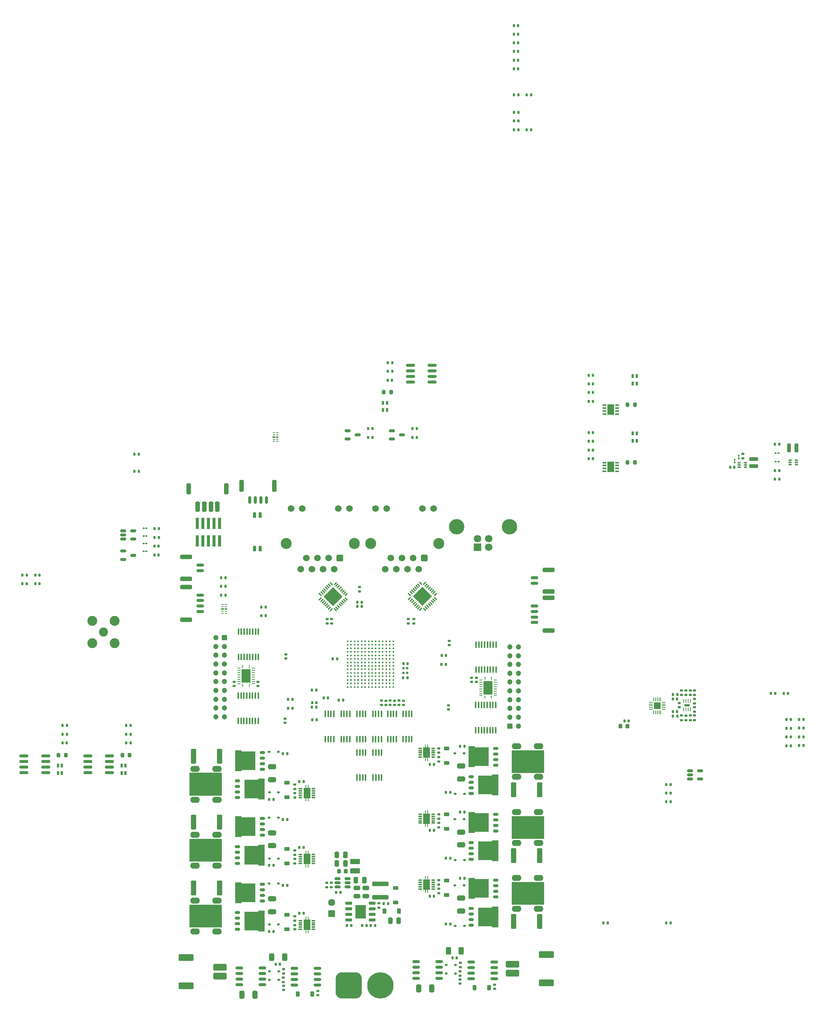
<source format=gbr>
%TF.GenerationSoftware,KiCad,Pcbnew,9.0.2-9-g92f6307ebb*%
%TF.CreationDate,2025-06-20T01:42:08+08:00*%
%TF.ProjectId,HPM5E31_ECatDualFOC,48504d35-4533-4315-9f45-436174447561,rev?*%
%TF.SameCoordinates,Original*%
%TF.FileFunction,Soldermask,Top*%
%TF.FilePolarity,Negative*%
%FSLAX46Y46*%
G04 Gerber Fmt 4.6, Leading zero omitted, Abs format (unit mm)*
G04 Created by KiCad (PCBNEW 9.0.2-9-g92f6307ebb) date 2025-06-20 01:42:08*
%MOMM*%
%LPD*%
G01*
G04 APERTURE LIST*
G04 Aperture macros list*
%AMRoundRect*
0 Rectangle with rounded corners*
0 $1 Rounding radius*
0 $2 $3 $4 $5 $6 $7 $8 $9 X,Y pos of 4 corners*
0 Add a 4 corners polygon primitive as box body*
4,1,4,$2,$3,$4,$5,$6,$7,$8,$9,$2,$3,0*
0 Add four circle primitives for the rounded corners*
1,1,$1+$1,$2,$3*
1,1,$1+$1,$4,$5*
1,1,$1+$1,$6,$7*
1,1,$1+$1,$8,$9*
0 Add four rect primitives between the rounded corners*
20,1,$1+$1,$2,$3,$4,$5,0*
20,1,$1+$1,$4,$5,$6,$7,0*
20,1,$1+$1,$6,$7,$8,$9,0*
20,1,$1+$1,$8,$9,$2,$3,0*%
%AMRotRect*
0 Rectangle, with rotation*
0 The origin of the aperture is its center*
0 $1 length*
0 $2 width*
0 $3 Rotation angle, in degrees counterclockwise*
0 Add horizontal line*
21,1,$1,$2,0,0,$3*%
%AMFreePoly0*
4,1,9,2.100000,-2.000000,2.350000,-2.000000,2.350000,-3.500000,-2.350000,-3.500000,-2.350000,-2.000000,-2.100000,-2.000000,-2.100000,1.100000,2.100000,1.100000,2.100000,-2.000000,2.100000,-2.000000,$1*%
G04 Aperture macros list end*
%ADD10C,0.150000*%
%ADD11RoundRect,0.135000X0.185000X-0.135000X0.185000X0.135000X-0.185000X0.135000X-0.185000X-0.135000X0*%
%ADD12RoundRect,0.100000X0.100000X-0.637500X0.100000X0.637500X-0.100000X0.637500X-0.100000X-0.637500X0*%
%ADD13RoundRect,0.112500X0.187500X0.112500X-0.187500X0.112500X-0.187500X-0.112500X0.187500X-0.112500X0*%
%ADD14RoundRect,0.140000X-0.140000X-0.170000X0.140000X-0.170000X0.140000X0.170000X-0.140000X0.170000X0*%
%ADD15RoundRect,0.150000X-0.512500X-0.150000X0.512500X-0.150000X0.512500X0.150000X-0.512500X0.150000X0*%
%ADD16RoundRect,0.250500X0.499500X0.499500X-0.499500X0.499500X-0.499500X-0.499500X0.499500X-0.499500X0*%
%ADD17C,1.500000*%
%ADD18C,2.500000*%
%ADD19RoundRect,0.070000X-0.355000X-0.070000X0.355000X-0.070000X0.355000X0.070000X-0.355000X0.070000X0*%
%ADD20R,0.280000X0.700000*%
%ADD21R,1.650000X2.400000*%
%ADD22R,1.200000X1.200000*%
%ADD23C,1.200000*%
%ADD24RoundRect,0.140000X0.170000X-0.140000X0.170000X0.140000X-0.170000X0.140000X-0.170000X-0.140000X0*%
%ADD25RoundRect,0.250000X0.650000X-0.325000X0.650000X0.325000X-0.650000X0.325000X-0.650000X-0.325000X0*%
%ADD26RoundRect,0.135000X-0.185000X0.135000X-0.185000X-0.135000X0.185000X-0.135000X0.185000X0.135000X0*%
%ADD27RoundRect,0.225000X1.275000X-0.525000X1.275000X0.525000X-1.275000X0.525000X-1.275000X-0.525000X0*%
%ADD28RoundRect,0.225000X1.475000X-0.525000X1.475000X0.525000X-1.475000X0.525000X-1.475000X-0.525000X0*%
%ADD29RoundRect,0.135000X-0.135000X-0.185000X0.135000X-0.185000X0.135000X0.185000X-0.135000X0.185000X0*%
%ADD30RoundRect,0.250000X0.250000X0.475000X-0.250000X0.475000X-0.250000X-0.475000X0.250000X-0.475000X0*%
%ADD31RoundRect,0.140000X0.140000X0.170000X-0.140000X0.170000X-0.140000X-0.170000X0.140000X-0.170000X0*%
%ADD32RoundRect,0.250000X-0.475000X0.250000X-0.475000X-0.250000X0.475000X-0.250000X0.475000X0.250000X0*%
%ADD33RoundRect,0.135000X0.135000X0.185000X-0.135000X0.185000X-0.135000X-0.185000X0.135000X-0.185000X0*%
%ADD34RoundRect,0.250000X0.250000X0.900000X-0.250000X0.900000X-0.250000X-0.900000X0.250000X-0.900000X0*%
%ADD35RoundRect,0.250000X0.250000X1.000000X-0.250000X1.000000X-0.250000X-1.000000X0.250000X-1.000000X0*%
%ADD36RoundRect,0.185000X-0.185000X1.115000X-0.185000X-1.115000X0.185000X-1.115000X0.185000X1.115000X0*%
%ADD37RoundRect,0.140000X-0.170000X0.140000X-0.170000X-0.140000X0.170000X-0.140000X0.170000X0.140000X0*%
%ADD38RoundRect,0.100000X-0.130000X-0.100000X0.130000X-0.100000X0.130000X0.100000X-0.130000X0.100000X0*%
%ADD39RoundRect,0.225000X0.375000X-0.225000X0.375000X0.225000X-0.375000X0.225000X-0.375000X-0.225000X0*%
%ADD40RoundRect,0.150000X-0.825000X-0.150000X0.825000X-0.150000X0.825000X0.150000X-0.825000X0.150000X0*%
%ADD41RoundRect,0.250000X0.850000X-0.375000X0.850000X0.375000X-0.850000X0.375000X-0.850000X-0.375000X0*%
%ADD42RoundRect,0.250000X-0.250000X-0.475000X0.250000X-0.475000X0.250000X0.475000X-0.250000X0.475000X0*%
%ADD43FreePoly0,90.000000*%
%ADD44RoundRect,0.175000X0.400000X-0.175000X0.400000X0.175000X-0.400000X0.175000X-0.400000X-0.175000X0*%
%ADD45RoundRect,0.250000X-0.650000X0.325000X-0.650000X-0.325000X0.650000X-0.325000X0.650000X0.325000X0*%
%ADD46R,0.625000X0.250000*%
%ADD47R,0.700000X0.450000*%
%ADD48R,0.575000X0.450000*%
%ADD49RoundRect,0.150000X0.150000X0.700000X-0.150000X0.700000X-0.150000X-0.700000X0.150000X-0.700000X0*%
%ADD50RoundRect,0.250000X0.250000X1.100000X-0.250000X1.100000X-0.250000X-1.100000X0.250000X-1.100000X0*%
%ADD51FreePoly0,270.000000*%
%ADD52RoundRect,0.175000X-0.400000X0.175000X-0.400000X-0.175000X0.400000X-0.175000X0.400000X0.175000X0*%
%ADD53RoundRect,0.225000X-1.275000X0.525000X-1.275000X-0.525000X1.275000X-0.525000X1.275000X0.525000X0*%
%ADD54RoundRect,0.225000X-1.475000X0.525000X-1.475000X-0.525000X1.475000X-0.525000X1.475000X0.525000X0*%
%ADD55RoundRect,0.070000X0.355000X0.070000X-0.355000X0.070000X-0.355000X-0.070000X0.355000X-0.070000X0*%
%ADD56R,1.700000X1.700000*%
%ADD57C,1.700000*%
%ADD58C,3.500000*%
%ADD59RoundRect,0.112500X-0.187500X-0.112500X0.187500X-0.112500X0.187500X0.112500X-0.187500X0.112500X0*%
%ADD60RoundRect,0.062500X-0.309359X0.220971X0.220971X-0.309359X0.309359X-0.220971X-0.220971X0.309359X0*%
%ADD61RoundRect,0.062500X-0.309359X-0.220971X-0.220971X-0.309359X0.309359X0.220971X0.220971X0.309359X0*%
%ADD62RotRect,3.100000X3.100000X315.000000*%
%ADD63RoundRect,0.225000X0.225000X0.250000X-0.225000X0.250000X-0.225000X-0.250000X0.225000X-0.250000X0*%
%ADD64RoundRect,0.075000X-0.362500X-0.075000X0.362500X-0.075000X0.362500X0.075000X-0.362500X0.075000X0*%
%ADD65R,1.600000X2.400000*%
%ADD66RoundRect,0.150000X0.675000X0.150000X-0.675000X0.150000X-0.675000X-0.150000X0.675000X-0.150000X0*%
%ADD67RoundRect,0.100000X-0.100000X0.130000X-0.100000X-0.130000X0.100000X-0.130000X0.100000X0.130000X0*%
%ADD68RoundRect,0.212500X0.787500X-0.212500X0.787500X0.212500X-0.787500X0.212500X-0.787500X-0.212500X0*%
%ADD69RoundRect,0.250000X0.362500X1.425000X-0.362500X1.425000X-0.362500X-1.425000X0.362500X-1.425000X0*%
%ADD70RoundRect,0.025500X-0.229500X-0.354500X0.229500X-0.354500X0.229500X0.354500X-0.229500X0.354500X0*%
%ADD71RoundRect,0.087500X-0.250000X-0.087500X0.250000X-0.087500X0.250000X0.087500X-0.250000X0.087500X0*%
%ADD72O,2.200000X1.400000*%
%ADD73RoundRect,0.200000X-0.200000X-0.275000X0.200000X-0.275000X0.200000X0.275000X-0.200000X0.275000X0*%
%ADD74RoundRect,0.225000X-0.225000X-0.375000X0.225000X-0.375000X0.225000X0.375000X-0.225000X0.375000X0*%
%ADD75C,2.050000*%
%ADD76C,2.250000*%
%ADD77RoundRect,0.225000X-0.375000X0.225000X-0.375000X-0.225000X0.375000X-0.225000X0.375000X0.225000X0*%
%ADD78RoundRect,0.212500X-0.212500X-0.787500X0.212500X-0.787500X0.212500X0.787500X-0.212500X0.787500X0*%
%ADD79RoundRect,0.100000X0.100000X-0.130000X0.100000X0.130000X-0.100000X0.130000X-0.100000X-0.130000X0*%
%ADD80RoundRect,0.050000X-0.070000X0.250000X-0.070000X-0.250000X0.070000X-0.250000X0.070000X0.250000X0*%
%ADD81RoundRect,0.050000X0.250000X0.070000X-0.250000X0.070000X-0.250000X-0.070000X0.250000X-0.070000X0*%
%ADD82RoundRect,0.050000X0.975000X1.475000X-0.975000X1.475000X-0.975000X-1.475000X0.975000X-1.475000X0*%
%ADD83RoundRect,0.100000X-0.100000X0.637500X-0.100000X-0.637500X0.100000X-0.637500X0.100000X0.637500X0*%
%ADD84RoundRect,0.250000X0.312500X0.625000X-0.312500X0.625000X-0.312500X-0.625000X0.312500X-0.625000X0*%
%ADD85RoundRect,0.050000X-0.375000X-0.050000X0.375000X-0.050000X0.375000X0.050000X-0.375000X0.050000X0*%
%ADD86RoundRect,0.050000X-0.050000X-0.375000X0.050000X-0.375000X0.050000X0.375000X-0.050000X0.375000X0*%
%ADD87R,1.650000X1.650000*%
%ADD88RoundRect,0.250000X-0.362500X-1.425000X0.362500X-1.425000X0.362500X1.425000X-0.362500X1.425000X0*%
%ADD89R,0.500000X0.600000*%
%ADD90RoundRect,0.225000X0.225000X0.375000X-0.225000X0.375000X-0.225000X-0.375000X0.225000X-0.375000X0*%
%ADD91RoundRect,0.147500X-0.147500X-0.172500X0.147500X-0.172500X0.147500X0.172500X-0.147500X0.172500X0*%
%ADD92RoundRect,0.150000X-0.700000X0.150000X-0.700000X-0.150000X0.700000X-0.150000X0.700000X0.150000X0*%
%ADD93RoundRect,0.250000X-1.100000X0.250000X-1.100000X-0.250000X1.100000X-0.250000X1.100000X0.250000X0*%
%ADD94RoundRect,0.150000X-0.650000X-0.150000X0.650000X-0.150000X0.650000X0.150000X-0.650000X0.150000X0*%
%ADD95R,2.410000X3.100000*%
%ADD96RoundRect,0.150000X0.700000X-0.150000X0.700000X0.150000X-0.700000X0.150000X-0.700000X-0.150000X0*%
%ADD97RoundRect,0.250000X1.100000X-0.250000X1.100000X0.250000X-1.100000X0.250000X-1.100000X-0.250000X0*%
%ADD98RoundRect,1.500000X-1.500000X-1.500000X1.500000X-1.500000X1.500000X1.500000X-1.500000X1.500000X0*%
%ADD99C,6.000000*%
%ADD100RoundRect,0.190000X0.190000X-0.445000X0.190000X0.445000X-0.190000X0.445000X-0.190000X-0.445000X0*%
%ADD101RoundRect,0.250000X0.325000X0.650000X-0.325000X0.650000X-0.325000X-0.650000X0.325000X-0.650000X0*%
%ADD102RoundRect,0.062500X0.062500X-0.325000X0.062500X0.325000X-0.062500X0.325000X-0.062500X-0.325000X0*%
%ADD103R,1.200000X0.600000*%
%ADD104RoundRect,0.250000X1.600000X-0.300000X1.600000X0.300000X-1.600000X0.300000X-1.600000X-0.300000X0*%
%ADD105C,0.400000*%
%ADD106RoundRect,0.050000X0.070000X-0.250000X0.070000X0.250000X-0.070000X0.250000X-0.070000X-0.250000X0*%
%ADD107RoundRect,0.050000X-0.250000X-0.070000X0.250000X-0.070000X0.250000X0.070000X-0.250000X0.070000X0*%
%ADD108RoundRect,0.050000X-0.975000X-1.475000X0.975000X-1.475000X0.975000X1.475000X-0.975000X1.475000X0*%
%ADD109RoundRect,0.250000X0.550000X-0.550000X0.550000X0.550000X-0.550000X0.550000X-0.550000X-0.550000X0*%
%ADD110C,1.600000*%
G04 APERTURE END LIST*
D10*
X63974000Y-144426145D02*
X71224000Y-144426145D01*
X71224000Y-149426145D01*
X63974000Y-149426145D01*
X63974000Y-144426145D01*
G36*
X63974000Y-144426145D02*
G01*
X71224000Y-144426145D01*
X71224000Y-149426145D01*
X63974000Y-149426145D01*
X63974000Y-144426145D01*
G37*
X137296865Y-139306565D02*
X144546865Y-139306565D01*
X144546865Y-144306565D01*
X137296865Y-144306565D01*
X137296865Y-139306565D01*
G36*
X137296865Y-139306565D02*
G01*
X144546865Y-139306565D01*
X144546865Y-144306565D01*
X137296865Y-144306565D01*
X137296865Y-139306565D01*
G37*
X137296865Y-154306565D02*
X144546865Y-154306565D01*
X144546865Y-159306565D01*
X137296865Y-159306565D01*
X137296865Y-154306565D01*
G36*
X137296865Y-154306565D02*
G01*
X144546865Y-154306565D01*
X144546865Y-159306565D01*
X137296865Y-159306565D01*
X137296865Y-154306565D01*
G37*
X63974000Y-159426145D02*
X71224000Y-159426145D01*
X71224000Y-164426145D01*
X63974000Y-164426145D01*
X63974000Y-159426145D01*
G36*
X63974000Y-159426145D02*
G01*
X71224000Y-159426145D01*
X71224000Y-164426145D01*
X63974000Y-164426145D01*
X63974000Y-159426145D01*
G37*
X137296865Y-124306565D02*
X144546865Y-124306565D01*
X144546865Y-129306565D01*
X137296865Y-129306565D01*
X137296865Y-124306565D01*
G36*
X137296865Y-124306565D02*
G01*
X144546865Y-124306565D01*
X144546865Y-129306565D01*
X137296865Y-129306565D01*
X137296865Y-124306565D01*
G37*
X63974000Y-129426145D02*
X71224000Y-129426145D01*
X71224000Y-134426145D01*
X63974000Y-134426145D01*
X63974000Y-129426145D01*
G36*
X63974000Y-129426145D02*
G01*
X71224000Y-129426145D01*
X71224000Y-134426145D01*
X63974000Y-134426145D01*
X63974000Y-129426145D01*
G37*
D11*
%TO.C,R76*%
X175860000Y-117320000D03*
X175860000Y-116300000D03*
%TD*%
D12*
%TO.C,U22*%
X102045000Y-121662500D03*
X102695000Y-121662500D03*
X103345000Y-121662500D03*
X103995000Y-121662500D03*
X103995000Y-115937500D03*
X103345000Y-115937500D03*
X102695000Y-115937500D03*
X102045000Y-115937500D03*
%TD*%
D13*
%TO.C,D25*%
X124475000Y-174980000D03*
X122375000Y-174980000D03*
%TD*%
D14*
%TO.C,C139*%
X154767500Y-42800000D03*
X155727500Y-42800000D03*
%TD*%
D15*
%TO.C,U8*%
X48862500Y-78875000D03*
X48862500Y-80775000D03*
X51137500Y-79825000D03*
%TD*%
D14*
%TO.C,C59*%
X91820000Y-110500000D03*
X92780000Y-110500000D03*
%TD*%
D16*
%TO.C,J14*%
X117325000Y-80460000D03*
D17*
X116065000Y-83000000D03*
X114785000Y-80460000D03*
X113525000Y-83000000D03*
X112245000Y-80460000D03*
X110985000Y-83000000D03*
X109705000Y-80460000D03*
X108445000Y-83000000D03*
X119510000Y-69200000D03*
X116970000Y-69200000D03*
X108800000Y-69200000D03*
X106260000Y-69200000D03*
D18*
X120630000Y-77150000D03*
X105140000Y-77150000D03*
%TD*%
D19*
%TO.C,U17*%
X89175430Y-132966355D03*
X89175430Y-133466355D03*
X89175430Y-133966355D03*
X89175430Y-134466355D03*
X89175430Y-134966355D03*
X92125430Y-134966355D03*
X92125430Y-134466355D03*
X92125430Y-133966355D03*
X92125430Y-133466355D03*
X92125430Y-132966355D03*
D20*
X90400430Y-132416355D03*
X90400430Y-135516355D03*
D21*
X90650430Y-133966355D03*
D20*
X90900430Y-132416355D03*
X90900430Y-135516355D03*
%TD*%
D22*
%TO.C,J11*%
X71900000Y-98580000D03*
D23*
X69900000Y-98580000D03*
X71900000Y-100580000D03*
X69900000Y-100580000D03*
X71900000Y-102580000D03*
X69900000Y-102580000D03*
X71900000Y-104580000D03*
X69900000Y-104580000D03*
X71900000Y-106580000D03*
X69900000Y-106580000D03*
X71900000Y-108580000D03*
X69900000Y-108580000D03*
X71900000Y-110580000D03*
X69900000Y-110580000D03*
X71900000Y-112580000D03*
X69900000Y-112580000D03*
X71900000Y-114580000D03*
X69900000Y-114580000D03*
X71900000Y-116580000D03*
X69900000Y-116580000D03*
%TD*%
D24*
%TO.C,C52*%
X120620435Y-124759066D03*
X120620435Y-123799066D03*
%TD*%
D14*
%TO.C,C72*%
X88940430Y-146316355D03*
X89900430Y-146316355D03*
%TD*%
D25*
%TO.C,C68*%
X82750430Y-130926355D03*
X82750430Y-127976355D03*
%TD*%
D26*
%TO.C,R33*%
X120620435Y-155706355D03*
X120620435Y-156726355D03*
%TD*%
D27*
%TO.C,U26*%
X137450000Y-174900000D03*
X137450000Y-172900000D03*
D28*
X145150000Y-170700000D03*
X145150000Y-177100000D03*
%TD*%
D29*
%TO.C,R5*%
X71090000Y-84900000D03*
X72110000Y-84900000D03*
%TD*%
%TO.C,R22*%
X25920000Y-86330000D03*
X26940000Y-86330000D03*
%TD*%
D11*
%TO.C,R36*%
X107600000Y-113910000D03*
X107600000Y-112890000D03*
%TD*%
D30*
%TO.C,C47*%
X111537500Y-162975000D03*
X109637500Y-162975000D03*
%TD*%
D14*
%TO.C,C135*%
X49570000Y-122555000D03*
X50530000Y-122555000D03*
%TD*%
D31*
%TO.C,C60*%
X119580435Y-157416355D03*
X118620435Y-157416355D03*
%TD*%
D32*
%TO.C,C32*%
X102037500Y-155525000D03*
X102037500Y-157425000D03*
%TD*%
D33*
%TO.C,R92*%
X122297500Y-104628400D03*
X121277500Y-104628400D03*
%TD*%
D14*
%TO.C,C70*%
X202640000Y-117200000D03*
X203600000Y-117200000D03*
%TD*%
D34*
%TO.C,J2*%
X70300000Y-68725000D03*
X68800000Y-68725000D03*
X67300000Y-68725000D03*
X65800000Y-68725000D03*
D35*
X72300000Y-64725000D03*
X63800000Y-64725000D03*
%TD*%
D36*
%TO.C,J3*%
X65700000Y-76550000D03*
X65700000Y-72550000D03*
X66970000Y-76550000D03*
X66970000Y-72550000D03*
X68240000Y-76550000D03*
X68240000Y-72550000D03*
X69510000Y-76550000D03*
X69510000Y-72550000D03*
X70780000Y-76550000D03*
X70780000Y-72550000D03*
%TD*%
D37*
%TO.C,C79*%
X87900430Y-163973644D03*
X87900430Y-164933644D03*
%TD*%
D38*
%TO.C,C44*%
X53480000Y-77175000D03*
X54120000Y-77175000D03*
%TD*%
D11*
%TO.C,R104*%
X102650000Y-88060000D03*
X102650000Y-87040000D03*
%TD*%
D30*
%TO.C,C37*%
X99387500Y-149975000D03*
X97487500Y-149975000D03*
%TD*%
D14*
%TO.C,C80*%
X202640000Y-121140000D03*
X203600000Y-121140000D03*
%TD*%
D39*
%TO.C,D4*%
X110837500Y-158825000D03*
X110837500Y-155525000D03*
%TD*%
D26*
%TO.C,R59*%
X125500000Y-174470000D03*
X125500000Y-175490000D03*
%TD*%
D40*
%TO.C,U43*%
X26275000Y-125500000D03*
X26275000Y-126770000D03*
X26275000Y-128040000D03*
X26275000Y-129310000D03*
X31225000Y-129310000D03*
X31225000Y-128040000D03*
X31225000Y-126770000D03*
X31225000Y-125500000D03*
%TD*%
D26*
%TO.C,R68*%
X178860000Y-112510000D03*
X178860000Y-113530000D03*
%TD*%
D11*
%TO.C,R74*%
X176860000Y-111610000D03*
X176860000Y-110590000D03*
%TD*%
D41*
%TO.C,L3*%
X101637500Y-151650000D03*
X101637500Y-149500000D03*
%TD*%
D26*
%TO.C,R62*%
X85300000Y-175910000D03*
X85300000Y-176930000D03*
%TD*%
D12*
%TO.C,U23*%
X102050000Y-130425000D03*
X102700000Y-130425000D03*
X103350000Y-130425000D03*
X104000000Y-130425000D03*
X104000000Y-124700000D03*
X103350000Y-124700000D03*
X102700000Y-124700000D03*
X102050000Y-124700000D03*
%TD*%
D26*
%TO.C,R69*%
X177860000Y-116300000D03*
X177860000Y-117320000D03*
%TD*%
D14*
%TO.C,C126*%
X137770000Y36800000D03*
X138730000Y36800000D03*
%TD*%
D42*
%TO.C,C35*%
X101787500Y-153775000D03*
X103687500Y-153775000D03*
%TD*%
D43*
%TO.C,Q4*%
X130720435Y-147116355D03*
D44*
X127995435Y-149021355D03*
X127995435Y-145211355D03*
X127995435Y-146481355D03*
X127995435Y-147751355D03*
%TD*%
D33*
%TO.C,R11*%
X106157500Y-164125000D03*
X105137500Y-164125000D03*
%TD*%
D14*
%TO.C,C137*%
X154767500Y-38860000D03*
X155727500Y-38860000D03*
%TD*%
%TO.C,C81*%
X51420000Y-60750000D03*
X52380000Y-60750000D03*
%TD*%
D45*
%TO.C,C51*%
X125770435Y-127806355D03*
X125770435Y-130756355D03*
%TD*%
D46*
%TO.C,D2*%
X71450000Y-91050000D03*
X71450000Y-91550000D03*
D47*
X71487500Y-92050000D03*
D46*
X71450000Y-92550000D03*
X71450000Y-93050000D03*
X72225000Y-93050000D03*
X72225000Y-92550000D03*
D48*
X72250000Y-92050000D03*
D46*
X72225000Y-91550000D03*
X72225000Y-91050000D03*
%TD*%
D49*
%TO.C,J15*%
X81425000Y-67250000D03*
X80175000Y-67250000D03*
X78925000Y-67250000D03*
X77675000Y-67250000D03*
D50*
X83275000Y-64050000D03*
X75825000Y-64050000D03*
%TD*%
D51*
%TO.C,Q12*%
X77800430Y-156616355D03*
D52*
X80525430Y-154711355D03*
X80525430Y-158521355D03*
X80525430Y-157251355D03*
X80525430Y-155981355D03*
%TD*%
D14*
%TO.C,C76*%
X51420000Y-56810000D03*
X52380000Y-56810000D03*
%TD*%
D53*
%TO.C,U29*%
X70900000Y-173600000D03*
X70900000Y-175600000D03*
D54*
X63200000Y-177800000D03*
X63200000Y-171400000D03*
%TD*%
D33*
%TO.C,R47*%
X83070430Y-150416355D03*
X82050430Y-150416355D03*
%TD*%
D55*
%TO.C,U14*%
X119345435Y-155766355D03*
X119345435Y-155266355D03*
X119345435Y-154766355D03*
X119345435Y-154266355D03*
X119345435Y-153766355D03*
X116395435Y-153766355D03*
X116395435Y-154266355D03*
X116395435Y-154766355D03*
X116395435Y-155266355D03*
X116395435Y-155766355D03*
D20*
X118120435Y-156316355D03*
X118120435Y-153216355D03*
D21*
X117870435Y-154766355D03*
D20*
X117620435Y-156316355D03*
X117620435Y-153216355D03*
%TD*%
D14*
%TO.C,C136*%
X35070000Y-122555000D03*
X36030000Y-122555000D03*
%TD*%
%TO.C,C83*%
X91900000Y-117300000D03*
X92860000Y-117300000D03*
%TD*%
%TO.C,C48*%
X28840000Y-84330000D03*
X29800000Y-84330000D03*
%TD*%
%TO.C,C124*%
X137770000Y40740000D03*
X138730000Y40740000D03*
%TD*%
D56*
%TO.C,J4*%
X129470000Y-78010000D03*
D57*
X131970000Y-78010000D03*
X131970000Y-76010000D03*
X129470000Y-76010000D03*
D58*
X124700000Y-73300000D03*
X136740000Y-73300000D03*
%TD*%
D26*
%TO.C,R63*%
X85350000Y-173980000D03*
X85350000Y-175000000D03*
%TD*%
D43*
%TO.C,Q9*%
X77600430Y-148066355D03*
D44*
X74875430Y-149971355D03*
X74875430Y-146161355D03*
X74875430Y-147431355D03*
X74875430Y-148701355D03*
%TD*%
D29*
%TO.C,R8*%
X71090000Y-88880000D03*
X72110000Y-88880000D03*
%TD*%
D45*
%TO.C,C56*%
X125770435Y-142806355D03*
X125770435Y-145756355D03*
%TD*%
D29*
%TO.C,R7*%
X71090000Y-86890000D03*
X72110000Y-86890000D03*
%TD*%
D37*
%TO.C,C53*%
X110600000Y-112920000D03*
X110600000Y-113880000D03*
%TD*%
D33*
%TO.C,R45*%
X86224000Y-124973644D03*
X85204000Y-124973644D03*
%TD*%
D59*
%TO.C,D14*%
X124370435Y-164166355D03*
X126470435Y-164166355D03*
%TD*%
D60*
%TO.C,U40*%
X116477728Y-86232350D03*
X116124175Y-86585904D03*
X115770621Y-86939457D03*
X115417068Y-87293011D03*
X115063515Y-87646564D03*
X114709961Y-88000117D03*
X114356408Y-88353671D03*
X114002854Y-88707224D03*
D61*
X114002854Y-89679496D03*
X114356408Y-90033049D03*
X114709961Y-90386603D03*
X115063515Y-90740156D03*
X115417068Y-91093709D03*
X115770621Y-91447263D03*
X116124175Y-91800816D03*
X116477728Y-92154370D03*
D60*
X117450000Y-92154370D03*
X117803553Y-91800816D03*
X118157107Y-91447263D03*
X118510660Y-91093709D03*
X118864213Y-90740156D03*
X119217767Y-90386603D03*
X119571320Y-90033049D03*
X119924874Y-89679496D03*
D61*
X119924874Y-88707224D03*
X119571320Y-88353671D03*
X119217767Y-88000117D03*
X118864213Y-87646564D03*
X118510660Y-87293011D03*
X118157107Y-86939457D03*
X117803553Y-86585904D03*
X117450000Y-86232350D03*
D62*
X116963864Y-89193360D03*
%TD*%
D12*
%TO.C,U13*%
X112550000Y-121662500D03*
X113200000Y-121662500D03*
X113850000Y-121662500D03*
X114500000Y-121662500D03*
X114500000Y-115937500D03*
X113850000Y-115937500D03*
X113200000Y-115937500D03*
X112550000Y-115937500D03*
%TD*%
D14*
%TO.C,C42*%
X55980000Y-77765000D03*
X56940000Y-77765000D03*
%TD*%
%TO.C,C125*%
X137770000Y38770000D03*
X138730000Y38770000D03*
%TD*%
D13*
%TO.C,D29*%
X84275000Y-174490000D03*
X82175000Y-174490000D03*
%TD*%
D25*
%TO.C,C73*%
X82750430Y-145926355D03*
X82750430Y-142976355D03*
%TD*%
D14*
%TO.C,C49*%
X28840000Y-86300000D03*
X29800000Y-86300000D03*
%TD*%
D13*
%TO.C,D15*%
X84200430Y-133816355D03*
X82100430Y-133816355D03*
%TD*%
D63*
%TO.C,C88*%
X163560000Y-118710000D03*
X162010000Y-118710000D03*
%TD*%
D64*
%TO.C,U45*%
X158325000Y-58750000D03*
X158325000Y-59400000D03*
X158325000Y-60050000D03*
X158325000Y-60700000D03*
X161200000Y-60700000D03*
X161200000Y-60050000D03*
X161200000Y-59400000D03*
X161200000Y-58750000D03*
D65*
X159762500Y-59725000D03*
%TD*%
D24*
%TO.C,C105*%
X79500000Y-109560000D03*
X79500000Y-108600000D03*
%TD*%
D14*
%TO.C,C143*%
X154767500Y-55860000D03*
X155727500Y-55860000D03*
%TD*%
D66*
%TO.C,Q13*%
X120700000Y-176150000D03*
X120700000Y-174880000D03*
X120700000Y-173610000D03*
X120700000Y-172340000D03*
X115450000Y-172340000D03*
X115450000Y-173610000D03*
X115450000Y-174880000D03*
X115450000Y-176150000D03*
%TD*%
D29*
%TO.C,R38*%
X196200000Y-111300000D03*
X197220000Y-111300000D03*
%TD*%
D19*
%TO.C,U21*%
X89175430Y-162966355D03*
X89175430Y-163466355D03*
X89175430Y-163966355D03*
X89175430Y-164466355D03*
X89175430Y-164966355D03*
X92125430Y-164966355D03*
X92125430Y-164466355D03*
X92125430Y-163966355D03*
X92125430Y-163466355D03*
X92125430Y-162966355D03*
D20*
X90400430Y-162416355D03*
X90400430Y-165516355D03*
D21*
X90650430Y-163966355D03*
D20*
X90900430Y-162416355D03*
X90900430Y-165516355D03*
%TD*%
D31*
%TO.C,C46*%
X109117500Y-159075000D03*
X108157500Y-159075000D03*
%TD*%
D37*
%TO.C,C107*%
X128137500Y-107698400D03*
X128137500Y-108658400D03*
%TD*%
D12*
%TO.C,U16*%
X105700000Y-130425000D03*
X106350000Y-130425000D03*
X107000000Y-130425000D03*
X107650000Y-130425000D03*
X107650000Y-124700000D03*
X107000000Y-124700000D03*
X106350000Y-124700000D03*
X105700000Y-124700000D03*
%TD*%
D29*
%TO.C,R29*%
X125450435Y-138316355D03*
X126470435Y-138316355D03*
%TD*%
D14*
%TO.C,C54*%
X91840000Y-113400000D03*
X92800000Y-113400000D03*
%TD*%
D29*
%TO.C,R37*%
X122296865Y-163759066D03*
X123316865Y-163759066D03*
%TD*%
%TO.C,R24*%
X125450435Y-123316355D03*
X126470435Y-123316355D03*
%TD*%
D67*
%TO.C,R20*%
X188000000Y-58060000D03*
X188000000Y-58700000D03*
%TD*%
D55*
%TO.C,U10*%
X119345435Y-125766355D03*
X119345435Y-125266355D03*
X119345435Y-124766355D03*
X119345435Y-124266355D03*
X119345435Y-123766355D03*
X116395435Y-123766355D03*
X116395435Y-124266355D03*
X116395435Y-124766355D03*
X116395435Y-125266355D03*
X116395435Y-125766355D03*
D20*
X118120435Y-126316355D03*
X118120435Y-123216355D03*
D21*
X117870435Y-124766355D03*
D20*
X117620435Y-126316355D03*
X117620435Y-123216355D03*
%TD*%
D68*
%TO.C,L4*%
X192287500Y-59560000D03*
X192287500Y-57910000D03*
%TD*%
D37*
%TO.C,C58*%
X112600000Y-112920000D03*
X112600000Y-113880000D03*
%TD*%
D14*
%TO.C,C67*%
X88940430Y-131316355D03*
X89900430Y-131316355D03*
%TD*%
D69*
%TO.C,R43*%
X70812930Y-125566355D03*
X64887930Y-125566355D03*
%TD*%
D26*
%TO.C,R73*%
X176860000Y-116310000D03*
X176860000Y-117330000D03*
%TD*%
D24*
%TO.C,C57*%
X120620435Y-139759066D03*
X120620435Y-138799066D03*
%TD*%
D70*
%TO.C,L6*%
X48505000Y-127720000D03*
X48505000Y-129390000D03*
X49375000Y-129390000D03*
X49375000Y-127720000D03*
%TD*%
D38*
%TO.C,C45*%
X53480000Y-78925000D03*
X54120000Y-78925000D03*
%TD*%
D11*
%TO.C,R67*%
X178860000Y-115420000D03*
X178860000Y-114400000D03*
%TD*%
D71*
%TO.C,U6*%
X188975000Y-58810000D03*
X188975000Y-59310000D03*
X188975000Y-59810000D03*
X190400000Y-59810000D03*
X190400000Y-59310000D03*
X190400000Y-58810000D03*
%TD*%
D14*
%TO.C,C96*%
X83584100Y-172897600D03*
X84544100Y-172897600D03*
%TD*%
%TO.C,C30*%
X197132500Y-60520000D03*
X198092500Y-60520000D03*
%TD*%
D72*
%TO.C,J9*%
X65200430Y-150466355D03*
X70200430Y-150466355D03*
X65200430Y-143466355D03*
X70200430Y-143466355D03*
%TD*%
D43*
%TO.C,Q6*%
X130720435Y-162116355D03*
D44*
X127995435Y-164021355D03*
X127995435Y-160211355D03*
X127995435Y-161481355D03*
X127995435Y-162751355D03*
%TD*%
D33*
%TO.C,R50*%
X86224000Y-139973644D03*
X85204000Y-139973644D03*
%TD*%
D19*
%TO.C,U19*%
X89175430Y-147966355D03*
X89175430Y-148466355D03*
X89175430Y-148966355D03*
X89175430Y-149466355D03*
X89175430Y-149966355D03*
X92125430Y-149966355D03*
X92125430Y-149466355D03*
X92125430Y-148966355D03*
X92125430Y-148466355D03*
X92125430Y-147966355D03*
D20*
X90400430Y-147416355D03*
X90400430Y-150516355D03*
D21*
X90650430Y-148966355D03*
D20*
X90900430Y-147416355D03*
X90900430Y-150516355D03*
%TD*%
D14*
%TO.C,C121*%
X112570000Y-107700000D03*
X113530000Y-107700000D03*
%TD*%
%TO.C,C77*%
X88940430Y-161316355D03*
X89900430Y-161316355D03*
%TD*%
D29*
%TO.C,R125*%
X35060000Y-120575000D03*
X36080000Y-120575000D03*
%TD*%
%TO.C,R107*%
X137760000Y20990000D03*
X138780000Y20990000D03*
%TD*%
D73*
%TO.C,R121*%
X48655000Y-125305000D03*
X50305000Y-125305000D03*
%TD*%
D74*
%TO.C,D24*%
X128800000Y-178250000D03*
X132100000Y-178250000D03*
%TD*%
D64*
%TO.C,U44*%
X158325000Y-45690000D03*
X158325000Y-46340000D03*
X158325000Y-46990000D03*
X158325000Y-47640000D03*
X161200000Y-47640000D03*
X161200000Y-46990000D03*
X161200000Y-46340000D03*
X161200000Y-45690000D03*
D65*
X159762500Y-46665000D03*
%TD*%
D39*
%TO.C,D7*%
X122420435Y-127116355D03*
X122420435Y-123816355D03*
%TD*%
D75*
%TO.C,J1*%
X44410000Y-97260000D03*
D76*
X41870000Y-94720000D03*
X41870000Y-99800000D03*
X46950000Y-94720000D03*
X46950000Y-99800000D03*
%TD*%
D31*
%TO.C,C50*%
X119580435Y-127416355D03*
X118620435Y-127416355D03*
%TD*%
D26*
%TO.C,R23*%
X120620435Y-125706355D03*
X120620435Y-126726355D03*
%TD*%
D14*
%TO.C,C93*%
X172430000Y-132005000D03*
X173390000Y-132005000D03*
%TD*%
D29*
%TO.C,R49*%
X199720000Y-119200000D03*
X200740000Y-119200000D03*
%TD*%
D11*
%TO.C,R66*%
X178860000Y-111620000D03*
X178860000Y-110600000D03*
%TD*%
D29*
%TO.C,R122*%
X49560000Y-120575000D03*
X50580000Y-120575000D03*
%TD*%
D14*
%TO.C,C66*%
X94500000Y-112300000D03*
X95460000Y-112300000D03*
%TD*%
D11*
%TO.C,R17*%
X95187500Y-155385000D03*
X95187500Y-154365000D03*
%TD*%
D66*
%TO.C,U25*%
X133250000Y-176220000D03*
X133250000Y-174950000D03*
X133250000Y-173680000D03*
X133250000Y-172410000D03*
X128000000Y-172410000D03*
X128000000Y-173680000D03*
X128000000Y-174950000D03*
X128000000Y-176220000D03*
%TD*%
D69*
%TO.C,R48*%
X70812930Y-140566355D03*
X64887930Y-140566355D03*
%TD*%
D29*
%TO.C,R44*%
X199720000Y-117210000D03*
X200740000Y-117210000D03*
%TD*%
D11*
%TO.C,R46*%
X87900430Y-148026355D03*
X87900430Y-147006355D03*
%TD*%
D72*
%TO.C,J6*%
X143320435Y-138266355D03*
X138320435Y-138266355D03*
X143320435Y-145266355D03*
X138320435Y-145266355D03*
%TD*%
D43*
%TO.C,Q2*%
X130720435Y-132116355D03*
D44*
X127995435Y-134021355D03*
X127995435Y-130211355D03*
X127995435Y-131481355D03*
X127995435Y-132751355D03*
%TD*%
D59*
%TO.C,D11*%
X124370435Y-149166355D03*
X126470435Y-149166355D03*
%TD*%
D37*
%TO.C,C112*%
X129187500Y-107698400D03*
X129187500Y-108658400D03*
%TD*%
D71*
%TO.C,U3*%
X200575000Y-58200000D03*
X200575000Y-58700000D03*
X200575000Y-59200000D03*
X202000000Y-59200000D03*
X202000000Y-58700000D03*
X202000000Y-58200000D03*
%TD*%
D26*
%TO.C,R28*%
X120620435Y-140706355D03*
X120620435Y-141726355D03*
%TD*%
D70*
%TO.C,L5*%
X107980000Y-45110000D03*
X107980000Y-46780000D03*
X108850000Y-46780000D03*
X108850000Y-45110000D03*
%TD*%
D77*
%TO.C,D16*%
X86100430Y-131616355D03*
X86100430Y-134916355D03*
%TD*%
D37*
%TO.C,C113*%
X122987500Y-99298400D03*
X122987500Y-100258400D03*
%TD*%
D13*
%TO.C,D23*%
X84150430Y-154566355D03*
X82050430Y-154566355D03*
%TD*%
D14*
%TO.C,C64*%
X91820000Y-114440000D03*
X92780000Y-114440000D03*
%TD*%
D78*
%TO.C,L2*%
X200332500Y-55385000D03*
X201982500Y-55385000D03*
%TD*%
D11*
%TO.C,R95*%
X96250000Y-95360000D03*
X96250000Y-94340000D03*
%TD*%
D14*
%TO.C,C98*%
X173920000Y-112500000D03*
X174880000Y-112500000D03*
%TD*%
D29*
%TO.C,R12*%
X99737500Y-164125000D03*
X100757500Y-164125000D03*
%TD*%
D11*
%TO.C,R26*%
X109600000Y-113910000D03*
X109600000Y-112890000D03*
%TD*%
D59*
%TO.C,D9*%
X124320435Y-139916355D03*
X126420435Y-139916355D03*
%TD*%
D24*
%TO.C,C62*%
X120620435Y-154759066D03*
X120620435Y-153799066D03*
%TD*%
D29*
%TO.C,R10*%
X197122500Y-54560000D03*
X198142500Y-54560000D03*
%TD*%
D38*
%TO.C,R15*%
X197312500Y-58540000D03*
X197952500Y-58540000D03*
%TD*%
D29*
%TO.C,R93*%
X114655000Y-51015000D03*
X115675000Y-51015000D03*
%TD*%
D14*
%TO.C,C97*%
X173920000Y-115400000D03*
X174880000Y-115400000D03*
%TD*%
%TO.C,C95*%
X172430000Y-135945000D03*
X173390000Y-135945000D03*
%TD*%
D32*
%TO.C,C31*%
X104037500Y-155525000D03*
X104037500Y-157425000D03*
%TD*%
D33*
%TO.C,R4*%
X103120000Y-90500000D03*
X102100000Y-90500000D03*
%TD*%
D59*
%TO.C,D8*%
X124370435Y-134166355D03*
X126470435Y-134166355D03*
%TD*%
D11*
%TO.C,R100*%
X95250000Y-95360000D03*
X95250000Y-94340000D03*
%TD*%
D29*
%TO.C,R56*%
X199720000Y-123180000D03*
X200740000Y-123180000D03*
%TD*%
D14*
%TO.C,C89*%
X123784100Y-171457600D03*
X124744100Y-171457600D03*
%TD*%
D79*
%TO.C,R18*%
X188900000Y-57775000D03*
X188900000Y-57135000D03*
%TD*%
D40*
%TO.C,U41*%
X114225000Y-36595000D03*
X114225000Y-37865000D03*
X114225000Y-39135000D03*
X114225000Y-40405000D03*
X119175000Y-40405000D03*
X119175000Y-39135000D03*
X119175000Y-37865000D03*
X119175000Y-36595000D03*
%TD*%
D29*
%TO.C,R16*%
X97317500Y-156575000D03*
X98337500Y-156575000D03*
%TD*%
D80*
%TO.C,U34*%
X77562500Y-109430000D03*
D81*
X78462500Y-109030000D03*
X78462500Y-108530000D03*
X78462500Y-108030000D03*
X78462500Y-107530000D03*
X78462500Y-107030000D03*
X78462500Y-106530000D03*
X78462500Y-106030000D03*
X78462500Y-105530000D03*
D80*
X77562500Y-105130000D03*
X76062500Y-105130000D03*
D81*
X75162500Y-105530000D03*
X75162500Y-106030000D03*
X75162500Y-106530000D03*
X75162500Y-107030000D03*
X75162500Y-107530000D03*
X75162500Y-108030000D03*
X75162500Y-108530000D03*
X75162500Y-109030000D03*
D80*
X76062500Y-109430000D03*
D82*
X76812500Y-107280000D03*
%TD*%
D51*
%TO.C,Q8*%
X77800430Y-126616355D03*
D52*
X80525430Y-124711355D03*
X80525430Y-128521355D03*
X80525430Y-127251355D03*
X80525430Y-125981355D03*
%TD*%
D66*
%TO.C,U28*%
X93050000Y-177660000D03*
X93050000Y-176390000D03*
X93050000Y-175120000D03*
X93050000Y-173850000D03*
X87800000Y-173850000D03*
X87800000Y-175120000D03*
X87800000Y-176390000D03*
X87800000Y-177660000D03*
%TD*%
D11*
%TO.C,R70*%
X177860000Y-111620000D03*
X177860000Y-110600000D03*
%TD*%
D83*
%TO.C,U33*%
X79575000Y-111775000D03*
X78925000Y-111775000D03*
X78275000Y-111775000D03*
X77625000Y-111775000D03*
X76975000Y-111775000D03*
X76325000Y-111775000D03*
X75675000Y-111775000D03*
X75025000Y-111775000D03*
X75025000Y-117500000D03*
X75675000Y-117500000D03*
X76325000Y-117500000D03*
X76975000Y-117500000D03*
X77625000Y-117500000D03*
X78275000Y-117500000D03*
X78925000Y-117500000D03*
X79575000Y-117500000D03*
%TD*%
D73*
%TO.C,R127*%
X163592500Y-58650000D03*
X165242500Y-58650000D03*
%TD*%
D84*
%TO.C,R61*%
X125776600Y-169857600D03*
X122851600Y-169857600D03*
%TD*%
D29*
%TO.C,R40*%
X158100000Y-163500000D03*
X159120000Y-163500000D03*
%TD*%
D37*
%TO.C,C39*%
X189787500Y-56780000D03*
X189787500Y-57740000D03*
%TD*%
D85*
%TO.C,U24*%
X168900000Y-113300000D03*
X168900000Y-113700000D03*
X168900000Y-114100000D03*
X168900000Y-114500000D03*
X168900000Y-114900000D03*
D86*
X169550000Y-115550000D03*
X169950000Y-115550000D03*
X170350000Y-115550000D03*
X170750000Y-115550000D03*
X171150000Y-115550000D03*
D85*
X171800000Y-114900000D03*
X171800000Y-114500000D03*
X171800000Y-114100000D03*
X171800000Y-113700000D03*
X171800000Y-113300000D03*
D86*
X171150000Y-112650000D03*
X170750000Y-112650000D03*
X170350000Y-112650000D03*
X169950000Y-112650000D03*
X169550000Y-112650000D03*
D87*
X170350000Y-114100000D03*
%TD*%
D29*
%TO.C,R54*%
X199720000Y-121190000D03*
X200740000Y-121190000D03*
%TD*%
D83*
%TO.C,U31*%
X79625000Y-97225000D03*
X78975000Y-97225000D03*
X78325000Y-97225000D03*
X77675000Y-97225000D03*
X77025000Y-97225000D03*
X76375000Y-97225000D03*
X75725000Y-97225000D03*
X75075000Y-97225000D03*
X75075000Y-102950000D03*
X75725000Y-102950000D03*
X76375000Y-102950000D03*
X77025000Y-102950000D03*
X77675000Y-102950000D03*
X78325000Y-102950000D03*
X78975000Y-102950000D03*
X79625000Y-102950000D03*
%TD*%
D88*
%TO.C,R30*%
X137707935Y-148166355D03*
X143632935Y-148166355D03*
%TD*%
D26*
%TO.C,R19*%
X96187500Y-154365000D03*
X96187500Y-155385000D03*
%TD*%
D70*
%TO.C,L9*%
X164802500Y-52095000D03*
X164802500Y-53765000D03*
X165672500Y-53765000D03*
X165672500Y-52095000D03*
%TD*%
D11*
%TO.C,R111*%
X113750000Y-95320000D03*
X113750000Y-94300000D03*
%TD*%
D37*
%TO.C,C111*%
X122837500Y-113948400D03*
X122837500Y-114908400D03*
%TD*%
D33*
%TO.C,R6*%
X103120000Y-91450000D03*
X102100000Y-91450000D03*
%TD*%
D29*
%TO.C,R109*%
X137760000Y17010000D03*
X138780000Y17010000D03*
%TD*%
D39*
%TO.C,D10*%
X122420435Y-142116355D03*
X122420435Y-138816355D03*
%TD*%
D89*
%TO.C,X1*%
X112650000Y-105550000D03*
X112650000Y-106650000D03*
X113450000Y-106650000D03*
X113450000Y-105550000D03*
%TD*%
D14*
%TO.C,C144*%
X154767500Y-57830000D03*
X155727500Y-57830000D03*
%TD*%
D77*
%TO.C,D22*%
X86100430Y-161616355D03*
X86100430Y-164916355D03*
%TD*%
D90*
%TO.C,D5*%
X111637500Y-160775000D03*
X108337500Y-160775000D03*
%TD*%
D37*
%TO.C,C86*%
X133350000Y-177520000D03*
X133350000Y-178480000D03*
%TD*%
D24*
%TO.C,C91*%
X85318600Y-178780000D03*
X85318600Y-177820000D03*
%TD*%
D51*
%TO.C,Q10*%
X77800430Y-141616355D03*
D52*
X80525430Y-139711355D03*
X80525430Y-143521355D03*
X80525430Y-142251355D03*
X80525430Y-140981355D03*
%TD*%
D24*
%TO.C,C85*%
X125518600Y-177340000D03*
X125518600Y-176380000D03*
%TD*%
D15*
%TO.C,U7*%
X48862500Y-74250000D03*
X48862500Y-75200000D03*
X48862500Y-76150000D03*
X51137500Y-76150000D03*
X51137500Y-74250000D03*
%TD*%
D11*
%TO.C,R106*%
X114950000Y-95310000D03*
X114950000Y-94290000D03*
%TD*%
D77*
%TO.C,D19*%
X86100430Y-146616355D03*
X86100430Y-149916355D03*
%TD*%
D14*
%TO.C,C33*%
X197132500Y-62490000D03*
X198092500Y-62490000D03*
%TD*%
D91*
%TO.C,FB5*%
X137785000Y24970000D03*
X138755000Y24970000D03*
%TD*%
D13*
%TO.C,D28*%
X84275000Y-176420000D03*
X82175000Y-176420000D03*
%TD*%
D55*
%TO.C,U12*%
X119345435Y-140766355D03*
X119345435Y-140266355D03*
X119345435Y-139766355D03*
X119345435Y-139266355D03*
X119345435Y-138766355D03*
X116395435Y-138766355D03*
X116395435Y-139266355D03*
X116395435Y-139766355D03*
X116395435Y-140266355D03*
X116395435Y-140766355D03*
D20*
X118120435Y-141316355D03*
X118120435Y-138216355D03*
D21*
X117870435Y-139766355D03*
D20*
X117620435Y-141316355D03*
X117620435Y-138216355D03*
%TD*%
D14*
%TO.C,C82*%
X202640000Y-123110000D03*
X203600000Y-123110000D03*
%TD*%
D92*
%TO.C,J18*%
X66350000Y-82050000D03*
X66350000Y-83300000D03*
D93*
X63150000Y-80200000D03*
X63150000Y-85150000D03*
%TD*%
D69*
%TO.C,R53*%
X70812930Y-155566355D03*
X64887930Y-155566355D03*
%TD*%
D29*
%TO.C,R119*%
X109035000Y-37965000D03*
X110055000Y-37965000D03*
%TD*%
D15*
%TO.C,U5*%
X97600000Y-153400000D03*
X97600000Y-154350000D03*
X97600000Y-155300000D03*
X99875000Y-155300000D03*
X99875000Y-154350000D03*
X99875000Y-153400000D03*
%TD*%
D29*
%TO.C,R58*%
X172410000Y-163500000D03*
X173430000Y-163500000D03*
%TD*%
D14*
%TO.C,C75*%
X202640000Y-119170000D03*
X203600000Y-119170000D03*
%TD*%
D13*
%TO.C,D17*%
X84150430Y-124566355D03*
X82050430Y-124566355D03*
%TD*%
D73*
%TO.C,R124*%
X34155000Y-125305000D03*
X35805000Y-125305000D03*
%TD*%
D11*
%TO.C,R51*%
X87900430Y-163026355D03*
X87900430Y-162006355D03*
%TD*%
D31*
%TO.C,C36*%
X187917500Y-59810000D03*
X186957500Y-59810000D03*
%TD*%
D94*
%TO.C,U2*%
X100187500Y-159045000D03*
X100187500Y-160315000D03*
X100187500Y-161585000D03*
X100187500Y-162855000D03*
X105487500Y-162855000D03*
X105487500Y-161585000D03*
X105487500Y-160315000D03*
X105487500Y-159045000D03*
D95*
X102837500Y-160950000D03*
%TD*%
D26*
%TO.C,R65*%
X178860000Y-116300000D03*
X178860000Y-117320000D03*
%TD*%
D24*
%TO.C,C106*%
X74100000Y-109560000D03*
X74100000Y-108600000D03*
%TD*%
D33*
%TO.C,R42*%
X83070430Y-135416355D03*
X82050430Y-135416355D03*
%TD*%
D13*
%TO.C,D18*%
X84200430Y-148816355D03*
X82100430Y-148816355D03*
%TD*%
D14*
%TO.C,C65*%
X199120000Y-111230000D03*
X200080000Y-111230000D03*
%TD*%
D38*
%TO.C,R13*%
X197312500Y-56550000D03*
X197952500Y-56550000D03*
%TD*%
D72*
%TO.C,J8*%
X65200430Y-135466355D03*
X70200430Y-135466355D03*
X65200430Y-128466355D03*
X70200430Y-128466355D03*
%TD*%
D12*
%TO.C,U20*%
X98435000Y-121662500D03*
X99085000Y-121662500D03*
X99735000Y-121662500D03*
X100385000Y-121662500D03*
X100385000Y-115937500D03*
X99735000Y-115937500D03*
X99085000Y-115937500D03*
X98435000Y-115937500D03*
%TD*%
D29*
%TO.C,R110*%
X140670000Y24970000D03*
X141690000Y24970000D03*
%TD*%
D37*
%TO.C,C69*%
X87900430Y-133973644D03*
X87900430Y-134933644D03*
%TD*%
D14*
%TO.C,C43*%
X55980000Y-79735000D03*
X56940000Y-79735000D03*
%TD*%
D38*
%TO.C,C40*%
X53480000Y-73675000D03*
X54120000Y-73675000D03*
%TD*%
D51*
%TO.C,Q1*%
X130920435Y-125666355D03*
D52*
X133645435Y-123761355D03*
X133645435Y-127571355D03*
X133645435Y-126301355D03*
X133645435Y-125031355D03*
%TD*%
D96*
%TO.C,J19*%
X142400000Y-86225000D03*
X142400000Y-84975000D03*
D97*
X145600000Y-88075000D03*
X145600000Y-83125000D03*
%TD*%
D26*
%TO.C,R75*%
X175860000Y-110600000D03*
X175860000Y-111620000D03*
%TD*%
D24*
%TO.C,C100*%
X85850000Y-103310000D03*
X85850000Y-102350000D03*
%TD*%
D14*
%TO.C,C138*%
X154767500Y-40830000D03*
X155727500Y-40830000D03*
%TD*%
D70*
%TO.C,L8*%
X164802500Y-39035000D03*
X164802500Y-40705000D03*
X165672500Y-40705000D03*
X165672500Y-39035000D03*
%TD*%
D29*
%TO.C,R115*%
X140670000Y17010000D03*
X141690000Y17010000D03*
%TD*%
D59*
%TO.C,D12*%
X124320435Y-154916355D03*
X126420435Y-154916355D03*
%TD*%
D22*
%TO.C,J12*%
X136787500Y-118678400D03*
D23*
X138787500Y-118678400D03*
X136787500Y-116678400D03*
X138787500Y-116678400D03*
X136787500Y-114678400D03*
X138787500Y-114678400D03*
X136787500Y-112678400D03*
X138787500Y-112678400D03*
X136787500Y-110678400D03*
X138787500Y-110678400D03*
X136787500Y-108678400D03*
X138787500Y-108678400D03*
X136787500Y-106678400D03*
X138787500Y-106678400D03*
X136787500Y-104678400D03*
X138787500Y-104678400D03*
X136787500Y-102678400D03*
X138787500Y-102678400D03*
X136787500Y-100678400D03*
X138787500Y-100678400D03*
%TD*%
D29*
%TO.C,R94*%
X114655000Y-53005000D03*
X115675000Y-53005000D03*
%TD*%
D24*
%TO.C,C104*%
X85700000Y-117960000D03*
X85700000Y-117000000D03*
%TD*%
D29*
%TO.C,R117*%
X109035000Y-35975000D03*
X110055000Y-35975000D03*
%TD*%
D12*
%TO.C,U37*%
X129125000Y-105875000D03*
X129775000Y-105875000D03*
X130425000Y-105875000D03*
X131075000Y-105875000D03*
X131725000Y-105875000D03*
X132375000Y-105875000D03*
X133025000Y-105875000D03*
X133675000Y-105875000D03*
X133675000Y-100150000D03*
X133025000Y-100150000D03*
X132375000Y-100150000D03*
X131725000Y-100150000D03*
X131075000Y-100150000D03*
X130425000Y-100150000D03*
X129775000Y-100150000D03*
X129125000Y-100150000D03*
%TD*%
D98*
%TO.C,U4*%
X100200000Y-177700000D03*
D99*
X107400000Y-177700000D03*
%TD*%
D14*
%TO.C,C103*%
X86400000Y-114610000D03*
X87360000Y-114610000D03*
%TD*%
D37*
%TO.C,C63*%
X108600000Y-112920000D03*
X108600000Y-113880000D03*
%TD*%
D72*
%TO.C,J7*%
X143320435Y-153266355D03*
X138320435Y-153266355D03*
X143320435Y-160266355D03*
X138320435Y-160266355D03*
%TD*%
D14*
%TO.C,C134*%
X109045000Y-39945000D03*
X110005000Y-39945000D03*
%TD*%
D25*
%TO.C,C78*%
X82750430Y-160926355D03*
X82750430Y-157976355D03*
%TD*%
D14*
%TO.C,C141*%
X154767500Y-51920000D03*
X155727500Y-51920000D03*
%TD*%
%TO.C,C94*%
X172430000Y-133975000D03*
X173390000Y-133975000D03*
%TD*%
D29*
%TO.C,R27*%
X122296865Y-133759066D03*
X123316865Y-133759066D03*
%TD*%
D15*
%TO.C,U27*%
X177800000Y-128850000D03*
X177800000Y-129800000D03*
X177800000Y-130750000D03*
X180075000Y-130750000D03*
X180075000Y-128850000D03*
%TD*%
D14*
%TO.C,C71*%
X97900000Y-112820000D03*
X98860000Y-112820000D03*
%TD*%
D74*
%TO.C,D27*%
X88600000Y-179690000D03*
X91900000Y-179690000D03*
%TD*%
D15*
%TO.C,Q15*%
X99937500Y-51470000D03*
X99937500Y-53370000D03*
X102212500Y-52420000D03*
%TD*%
D38*
%TO.C,C41*%
X53480000Y-75425000D03*
X54120000Y-75425000D03*
%TD*%
D33*
%TO.C,R55*%
X86224000Y-154973644D03*
X85204000Y-154973644D03*
%TD*%
D29*
%TO.C,R72*%
X173890000Y-111500000D03*
X174910000Y-111500000D03*
%TD*%
D13*
%TO.C,D26*%
X124475000Y-173050000D03*
X122375000Y-173050000D03*
%TD*%
D92*
%TO.C,J17*%
X66350000Y-88875000D03*
X66350000Y-90125000D03*
X66350000Y-91375000D03*
X66350000Y-92625000D03*
D93*
X63150000Y-87025000D03*
X63150000Y-94475000D03*
%TD*%
D73*
%TO.C,R118*%
X108130000Y-42695000D03*
X109780000Y-42695000D03*
%TD*%
D63*
%TO.C,C34*%
X99512500Y-151775000D03*
X97962500Y-151775000D03*
%TD*%
D11*
%TO.C,R41*%
X87900430Y-133026355D03*
X87900430Y-132006355D03*
%TD*%
D29*
%TO.C,R32*%
X122296865Y-148759066D03*
X123316865Y-148759066D03*
%TD*%
%TO.C,R83*%
X86390000Y-112630000D03*
X87410000Y-112630000D03*
%TD*%
D37*
%TO.C,C92*%
X93150000Y-178960000D03*
X93150000Y-179920000D03*
%TD*%
D43*
%TO.C,Q11*%
X77600430Y-163066355D03*
D44*
X74875430Y-164971355D03*
X74875430Y-161161355D03*
X74875430Y-162431355D03*
X74875430Y-163701355D03*
%TD*%
D46*
%TO.C,D1*%
X83125000Y-51900000D03*
X83125000Y-52400000D03*
D47*
X83162500Y-52900000D03*
D46*
X83125000Y-53400000D03*
X83125000Y-53900000D03*
X83900000Y-53900000D03*
X83900000Y-53400000D03*
D48*
X83925000Y-52900000D03*
D46*
X83900000Y-52400000D03*
X83900000Y-51900000D03*
%TD*%
D84*
%TO.C,R64*%
X85576600Y-171297600D03*
X82651600Y-171297600D03*
%TD*%
D40*
%TO.C,U42*%
X40775000Y-125500000D03*
X40775000Y-126770000D03*
X40775000Y-128040000D03*
X40775000Y-129310000D03*
X45725000Y-129310000D03*
X45725000Y-128040000D03*
X45725000Y-126770000D03*
X45725000Y-125500000D03*
%TD*%
D30*
%TO.C,C38*%
X99387500Y-147975000D03*
X97487500Y-147975000D03*
%TD*%
D12*
%TO.C,U35*%
X129075000Y-119612500D03*
X129725000Y-119612500D03*
X130375000Y-119612500D03*
X131025000Y-119612500D03*
X131675000Y-119612500D03*
X132325000Y-119612500D03*
X132975000Y-119612500D03*
X133625000Y-119612500D03*
X133625000Y-113887500D03*
X132975000Y-113887500D03*
X132325000Y-113887500D03*
X131675000Y-113887500D03*
X131025000Y-113887500D03*
X130375000Y-113887500D03*
X129725000Y-113887500D03*
X129075000Y-113887500D03*
%TD*%
D29*
%TO.C,R34*%
X125450435Y-153316355D03*
X126470435Y-153316355D03*
%TD*%
%TO.C,R123*%
X35060000Y-118585000D03*
X36080000Y-118585000D03*
%TD*%
D11*
%TO.C,R31*%
X111600000Y-113910000D03*
X111600000Y-112890000D03*
%TD*%
D14*
%TO.C,C130*%
X137770000Y30890000D03*
X138730000Y30890000D03*
%TD*%
D13*
%TO.C,D21*%
X84200430Y-163816355D03*
X82100430Y-163816355D03*
%TD*%
D31*
%TO.C,C55*%
X119580435Y-142416355D03*
X118620435Y-142416355D03*
%TD*%
D59*
%TO.C,D6*%
X124320435Y-124916355D03*
X126420435Y-124916355D03*
%TD*%
D100*
%TO.C,K1*%
X78765000Y-78310000D03*
X80035000Y-78310000D03*
X80035000Y-70690000D03*
X78765000Y-70690000D03*
%TD*%
D43*
%TO.C,Q7*%
X77600430Y-133066355D03*
D44*
X74875430Y-134971355D03*
X74875430Y-131161355D03*
X74875430Y-132431355D03*
X74875430Y-133701355D03*
%TD*%
D72*
%TO.C,J10*%
X65200430Y-165466355D03*
X70200430Y-165466355D03*
X65200430Y-158466355D03*
X70200430Y-158466355D03*
%TD*%
D39*
%TO.C,D13*%
X122420435Y-157116355D03*
X122420435Y-153816355D03*
%TD*%
D96*
%TO.C,J16*%
X142400000Y-95125000D03*
X142400000Y-93875000D03*
X142400000Y-92625000D03*
X142400000Y-91375000D03*
D97*
X145600000Y-96975000D03*
X145600000Y-89525000D03*
%TD*%
D37*
%TO.C,C74*%
X87900430Y-148973644D03*
X87900430Y-149933644D03*
%TD*%
D12*
%TO.C,U11*%
X109050000Y-121662500D03*
X109700000Y-121662500D03*
X110350000Y-121662500D03*
X111000000Y-121662500D03*
X111000000Y-115937500D03*
X110350000Y-115937500D03*
X109700000Y-115937500D03*
X109050000Y-115937500D03*
%TD*%
D24*
%TO.C,C29*%
X107037500Y-160005000D03*
X107037500Y-159045000D03*
%TD*%
D66*
%TO.C,Q14*%
X80500000Y-177590000D03*
X80500000Y-176320000D03*
X80500000Y-175050000D03*
X80500000Y-173780000D03*
X75250000Y-173780000D03*
X75250000Y-175050000D03*
X75250000Y-176320000D03*
X75250000Y-177590000D03*
%TD*%
D29*
%TO.C,R1*%
X96490000Y-103400000D03*
X97510000Y-103400000D03*
%TD*%
D72*
%TO.C,J5*%
X143320435Y-123266355D03*
X138320435Y-123266355D03*
X143320435Y-130266355D03*
X138320435Y-130266355D03*
%TD*%
D51*
%TO.C,Q3*%
X130920435Y-140666355D03*
D52*
X133645435Y-138761355D03*
X133645435Y-142571355D03*
X133645435Y-141301355D03*
X133645435Y-140031355D03*
%TD*%
D51*
%TO.C,Q5*%
X130920435Y-155666355D03*
D52*
X133645435Y-153761355D03*
X133645435Y-157571355D03*
X133645435Y-156301355D03*
X133645435Y-155031355D03*
%TD*%
D29*
%TO.C,R85*%
X104595000Y-53005000D03*
X105615000Y-53005000D03*
%TD*%
D33*
%TO.C,R52*%
X83070430Y-165416355D03*
X82050430Y-165416355D03*
%TD*%
D29*
%TO.C,R84*%
X104595000Y-51015000D03*
X105615000Y-51015000D03*
%TD*%
%TO.C,R21*%
X25920000Y-84340000D03*
X26940000Y-84340000D03*
%TD*%
D88*
%TO.C,R25*%
X137707935Y-133166355D03*
X143632935Y-133166355D03*
%TD*%
D101*
%TO.C,C90*%
X78850000Y-179835000D03*
X75900000Y-179835000D03*
%TD*%
D14*
%TO.C,C122*%
X112600000Y-104500000D03*
X113560000Y-104500000D03*
%TD*%
D29*
%TO.C,R71*%
X173880000Y-116400000D03*
X174900000Y-116400000D03*
%TD*%
D24*
%TO.C,C99*%
X175360000Y-114422500D03*
X175360000Y-113462500D03*
%TD*%
D91*
%TO.C,FB2*%
X55995000Y-73795000D03*
X56965000Y-73795000D03*
%TD*%
D14*
%TO.C,C87*%
X162880000Y-117510000D03*
X163840000Y-117510000D03*
%TD*%
D60*
%TO.C,U39*%
X96156408Y-86278679D03*
X95802855Y-86632233D03*
X95449301Y-86985786D03*
X95095748Y-87339340D03*
X94742195Y-87692893D03*
X94388641Y-88046446D03*
X94035088Y-88400000D03*
X93681534Y-88753553D03*
D61*
X93681534Y-89725825D03*
X94035088Y-90079378D03*
X94388641Y-90432932D03*
X94742195Y-90786485D03*
X95095748Y-91140038D03*
X95449301Y-91493592D03*
X95802855Y-91847145D03*
X96156408Y-92200699D03*
D60*
X97128680Y-92200699D03*
X97482233Y-91847145D03*
X97835787Y-91493592D03*
X98189340Y-91140038D03*
X98542893Y-90786485D03*
X98896447Y-90432932D03*
X99250000Y-90079378D03*
X99603554Y-89725825D03*
D61*
X99603554Y-88753553D03*
X99250000Y-88400000D03*
X98896447Y-88046446D03*
X98542893Y-87692893D03*
X98189340Y-87339340D03*
X97835787Y-86985786D03*
X97482233Y-86632233D03*
X97128680Y-86278679D03*
D62*
X96642544Y-89239689D03*
%TD*%
D15*
%TO.C,Q16*%
X109997500Y-51470000D03*
X109997500Y-53370000D03*
X112272500Y-52420000D03*
%TD*%
D29*
%TO.C,R108*%
X137760000Y19000000D03*
X138780000Y19000000D03*
%TD*%
D102*
%TO.C,U30*%
X176360000Y-114922500D03*
X176860000Y-114922500D03*
X177360000Y-114922500D03*
X177860000Y-114922500D03*
X177860000Y-112997500D03*
X177360000Y-112997500D03*
X176860000Y-112997500D03*
X176360000Y-112997500D03*
D103*
X177110000Y-113960000D03*
%TD*%
D14*
%TO.C,C129*%
X137770000Y32860000D03*
X138730000Y32860000D03*
%TD*%
D101*
%TO.C,C84*%
X119050000Y-178395000D03*
X116100000Y-178395000D03*
%TD*%
D16*
%TO.C,J13*%
X98110000Y-80420000D03*
D17*
X96850000Y-82960000D03*
X95570000Y-80420000D03*
X94310000Y-82960000D03*
X93030000Y-80420000D03*
X91770000Y-82960000D03*
X90490000Y-80420000D03*
X89230000Y-82960000D03*
X100295000Y-69160000D03*
X97755000Y-69160000D03*
X89585000Y-69160000D03*
X87045000Y-69160000D03*
D18*
X101415000Y-77110000D03*
X85925000Y-77110000D03*
%TD*%
D14*
%TO.C,C142*%
X154767500Y-53890000D03*
X155727500Y-53890000D03*
%TD*%
D73*
%TO.C,R126*%
X163592500Y-45590000D03*
X165242500Y-45590000D03*
%TD*%
D88*
%TO.C,R35*%
X137707935Y-163166355D03*
X143632935Y-163166355D03*
%TD*%
D29*
%TO.C,R2*%
X80240000Y-91600000D03*
X81260000Y-91600000D03*
%TD*%
D91*
%TO.C,FB3*%
X55995000Y-75785000D03*
X56965000Y-75785000D03*
%TD*%
D14*
%TO.C,C127*%
X137770000Y34830000D03*
X138730000Y34830000D03*
%TD*%
D29*
%TO.C,R120*%
X49560000Y-118585000D03*
X50580000Y-118585000D03*
%TD*%
D12*
%TO.C,U18*%
X94825000Y-121662500D03*
X95475000Y-121662500D03*
X96125000Y-121662500D03*
X96775000Y-121662500D03*
X96775000Y-115937500D03*
X96125000Y-115937500D03*
X95475000Y-115937500D03*
X94825000Y-115937500D03*
%TD*%
D104*
%TO.C,L1*%
X107337500Y-157625000D03*
X107337500Y-154625000D03*
%TD*%
D12*
%TO.C,U15*%
X105650000Y-121662500D03*
X106300000Y-121662500D03*
X106950000Y-121662500D03*
X107600000Y-121662500D03*
X107600000Y-115937500D03*
X106950000Y-115937500D03*
X106300000Y-115937500D03*
X105650000Y-115937500D03*
%TD*%
D33*
%TO.C,R14*%
X104257500Y-164125000D03*
X103237500Y-164125000D03*
%TD*%
D45*
%TO.C,C61*%
X125770435Y-157806355D03*
X125770435Y-160756355D03*
%TD*%
D31*
%TO.C,C110*%
X122287500Y-102648400D03*
X121327500Y-102648400D03*
%TD*%
D105*
%TO.C,U1*%
X99900000Y-99400000D03*
X100700000Y-99400000D03*
X101500000Y-99400000D03*
X102300000Y-99400000D03*
X103100000Y-99400000D03*
X103900000Y-99400000D03*
X104700000Y-99400000D03*
X105500000Y-99400000D03*
X106300000Y-99400000D03*
X107100000Y-99400000D03*
X107900000Y-99400000D03*
X108700000Y-99400000D03*
X109500000Y-99400000D03*
X110300000Y-99400000D03*
X99900000Y-100200000D03*
X100700000Y-100200000D03*
X101500000Y-100200000D03*
X102300000Y-100200000D03*
X103100000Y-100200000D03*
X103900000Y-100200000D03*
X104700000Y-100200000D03*
X105500000Y-100200000D03*
X106300000Y-100200000D03*
X107100000Y-100200000D03*
X107900000Y-100200000D03*
X108700000Y-100200000D03*
X109500000Y-100200000D03*
X110300000Y-100200000D03*
X99900000Y-101000000D03*
X100700000Y-101000000D03*
X101500000Y-101000000D03*
X102300000Y-101000001D03*
X103100000Y-101000000D03*
X103899999Y-101000000D03*
X104700000Y-101000000D03*
X105500000Y-101000000D03*
X106300001Y-101000000D03*
X107100000Y-101000000D03*
X107900000Y-101000001D03*
X108700000Y-101000000D03*
X109500000Y-101000000D03*
X110300000Y-101000000D03*
X99900000Y-101800000D03*
X100700000Y-101800000D03*
X101500001Y-101800000D03*
X102300000Y-101800000D03*
X103099999Y-101800000D03*
X103900000Y-101800000D03*
X104700000Y-101800000D03*
X105500000Y-101800000D03*
X106300000Y-101800000D03*
X107100001Y-101800000D03*
X107900000Y-101800000D03*
X108699999Y-101800000D03*
X109500000Y-101800000D03*
X110300000Y-101800000D03*
X99900000Y-102600000D03*
X100700000Y-102600000D03*
X101500000Y-102600000D03*
X102300000Y-102599999D03*
X103100000Y-102600000D03*
X103899999Y-102600000D03*
X104700000Y-102600000D03*
X105500000Y-102600000D03*
X106300001Y-102600000D03*
X107100000Y-102600000D03*
X107900000Y-102599999D03*
X108700000Y-102600000D03*
X109500000Y-102600000D03*
X110300000Y-102600000D03*
X99900000Y-103400000D03*
X100700000Y-103400000D03*
X101500000Y-103399999D03*
X102300000Y-103400000D03*
X103100000Y-103399999D03*
X103900000Y-103400000D03*
X104700000Y-103400000D03*
X105500000Y-103400000D03*
X106300000Y-103400000D03*
X107100000Y-103399999D03*
X107900000Y-103400000D03*
X108700000Y-103399999D03*
X109500000Y-103400000D03*
X110300000Y-103400000D03*
X99900000Y-104200000D03*
X100700000Y-104200000D03*
X101500000Y-104200000D03*
X102300000Y-104200000D03*
X103100000Y-104200000D03*
X103900000Y-104200000D03*
X104700000Y-104200000D03*
X105500000Y-104200000D03*
X106300000Y-104200000D03*
X107100000Y-104200000D03*
X107900000Y-104200000D03*
X108700000Y-104200000D03*
X109500000Y-104200000D03*
X110300000Y-104200000D03*
X99900000Y-105000000D03*
X100700000Y-105000000D03*
X101500000Y-105000000D03*
X102300000Y-105000000D03*
X103100000Y-105000000D03*
X103900000Y-105000000D03*
X104700000Y-105000000D03*
X105500000Y-105000000D03*
X106300000Y-105000000D03*
X107100000Y-105000000D03*
X107900000Y-105000000D03*
X108700000Y-105000000D03*
X109500000Y-105000000D03*
X110300000Y-105000000D03*
X99900000Y-105800000D03*
X100700000Y-105800000D03*
X101500000Y-105800001D03*
X102300000Y-105800000D03*
X103100000Y-105800001D03*
X103900000Y-105800000D03*
X104700000Y-105800000D03*
X105500000Y-105800000D03*
X106300000Y-105800000D03*
X107100000Y-105800001D03*
X107900000Y-105800000D03*
X108700000Y-105800001D03*
X109500000Y-105800000D03*
X110300000Y-105800000D03*
X99900000Y-106600000D03*
X100700000Y-106600000D03*
X101500000Y-106600000D03*
X102300000Y-106600001D03*
X103100000Y-106600000D03*
X103899999Y-106600000D03*
X104700000Y-106600000D03*
X105500000Y-106600000D03*
X106300001Y-106600000D03*
X107100000Y-106600000D03*
X107900000Y-106600001D03*
X108700000Y-106600000D03*
X109500000Y-106600000D03*
X110300000Y-106600000D03*
X99900000Y-107400000D03*
X100700000Y-107400000D03*
X101500001Y-107400000D03*
X102300000Y-107400000D03*
X103099999Y-107400000D03*
X103900000Y-107400000D03*
X104700000Y-107400000D03*
X105500000Y-107400000D03*
X106300000Y-107400000D03*
X107100001Y-107400000D03*
X107900000Y-107400000D03*
X108699999Y-107400000D03*
X109500000Y-107400000D03*
X110300000Y-107400000D03*
X99900000Y-108200000D03*
X100700000Y-108200000D03*
X101500000Y-108200000D03*
X102300000Y-108199999D03*
X103100000Y-108200000D03*
X103899999Y-108200000D03*
X104700000Y-108200000D03*
X105500000Y-108200000D03*
X106300001Y-108200000D03*
X107100000Y-108200000D03*
X107900000Y-108199999D03*
X108700000Y-108200000D03*
X109500000Y-108200000D03*
X110300000Y-108200000D03*
X99900000Y-109000000D03*
X100700000Y-109000000D03*
X101500000Y-109000000D03*
X102300000Y-109000000D03*
X103100000Y-109000000D03*
X103900000Y-109000000D03*
X104700000Y-109000000D03*
X105500000Y-109000000D03*
X106300000Y-109000000D03*
X107100000Y-109000000D03*
X107900000Y-109000000D03*
X108700000Y-109000000D03*
X109500000Y-109000000D03*
X110300000Y-109000000D03*
X99900000Y-109800000D03*
X100700000Y-109800000D03*
X101500000Y-109800000D03*
X102300000Y-109800000D03*
X103100000Y-109800000D03*
X103900000Y-109800000D03*
X104700000Y-109800000D03*
X105500000Y-109800000D03*
X106300000Y-109800000D03*
X107100000Y-109800000D03*
X107900000Y-109800000D03*
X108700000Y-109800000D03*
X109500000Y-109800000D03*
X110300000Y-109800000D03*
%TD*%
D13*
%TO.C,D20*%
X84150430Y-139566355D03*
X82050430Y-139566355D03*
%TD*%
D70*
%TO.C,L7*%
X34005000Y-127720000D03*
X34005000Y-129390000D03*
X34875000Y-129390000D03*
X34875000Y-127720000D03*
%TD*%
D26*
%TO.C,R60*%
X125550000Y-172540000D03*
X125550000Y-173560000D03*
%TD*%
D14*
%TO.C,C140*%
X154767500Y-44770000D03*
X155727500Y-44770000D03*
%TD*%
D29*
%TO.C,R3*%
X80240000Y-93590000D03*
X81260000Y-93590000D03*
%TD*%
D106*
%TO.C,U38*%
X131125000Y-107828400D03*
D107*
X130225000Y-108228400D03*
X130225000Y-108728400D03*
X130225000Y-109228400D03*
X130225000Y-109728400D03*
X130225000Y-110228400D03*
X130225000Y-110728400D03*
X130225000Y-111228400D03*
X130225000Y-111728400D03*
D106*
X131125000Y-112128400D03*
X132625000Y-112128400D03*
D107*
X133525000Y-111728400D03*
X133525000Y-111228400D03*
X133525000Y-110728400D03*
X133525000Y-110228400D03*
X133525000Y-109728400D03*
X133525000Y-109228400D03*
X133525000Y-108728400D03*
X133525000Y-108228400D03*
D106*
X132625000Y-107828400D03*
D108*
X131875000Y-109978400D03*
%TD*%
D109*
%TO.C,C28*%
X96237500Y-161375000D03*
D110*
X96237500Y-158875000D03*
%TD*%
M02*

</source>
